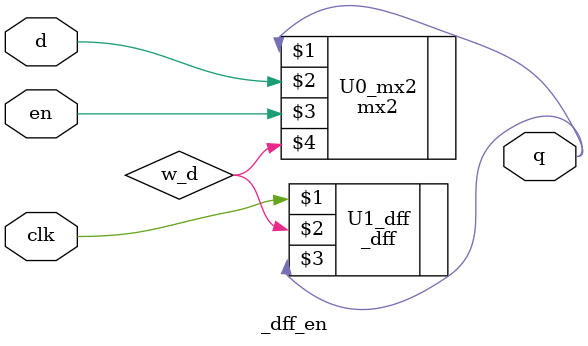
<source format=v>
module _dff_en(clk, en, d, q); //enabled d flip-flop module
	input 	clk, en , d;
	output 	q;
	
	wire		w_d;
	
	//struct enabled d flip-flop
	mx2 	U0_mx2	(q, d, en, w_d);
	_dff	U1_dff	(clk, w_d, q);
endmodule 
</source>
